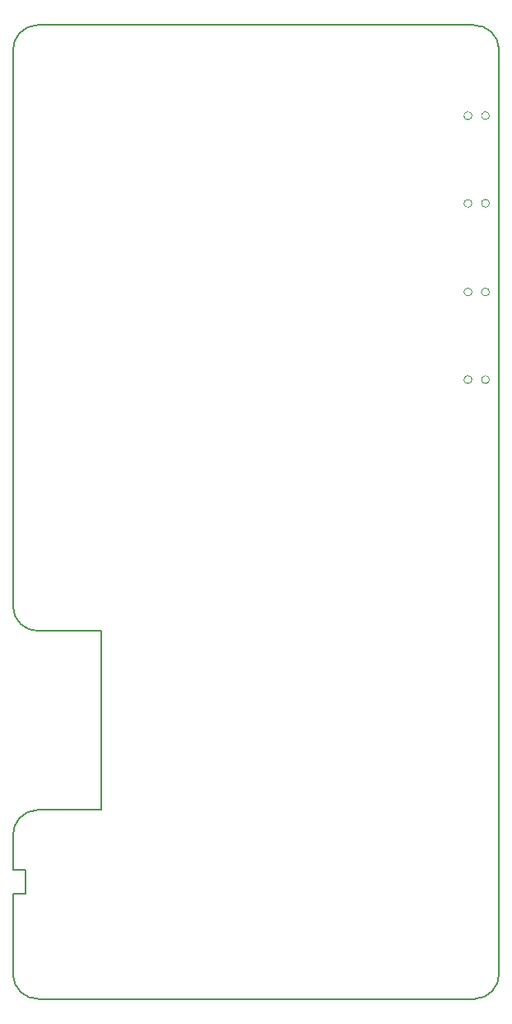
<source format=gm1>
%TF.GenerationSoftware,KiCad,Pcbnew,6.0.6-3a73a75311~116~ubuntu20.04.1*%
%TF.CreationDate,2022-08-17T13:19:53+08:00*%
%TF.ProjectId,Maple_Eye_Alef_V12,4d61706c-655f-4457-9965-5f416c65665f,rev?*%
%TF.SameCoordinates,Original*%
%TF.FileFunction,Profile,NP*%
%FSLAX46Y46*%
G04 Gerber Fmt 4.6, Leading zero omitted, Abs format (unit mm)*
G04 Created by KiCad (PCBNEW 6.0.6-3a73a75311~116~ubuntu20.04.1) date 2022-08-17 13:19:53*
%MOMM*%
%LPD*%
G01*
G04 APERTURE LIST*
%TA.AperFunction,Profile*%
%ADD10C,0.150000*%
%TD*%
%TA.AperFunction,Profile*%
%ADD11C,0.100000*%
%TD*%
G04 APERTURE END LIST*
D10*
X217516861Y-150099994D02*
G75*
G03*
X219999992Y-147476295I-70261J2553394D01*
G01*
X172477803Y-50100089D02*
G75*
G03*
X169999990Y-52730310I76197J-2554011D01*
G01*
X172488739Y-130703189D02*
G75*
G03*
X169999990Y-133326905I67461J-2556211D01*
G01*
X171331992Y-136824593D02*
X171331992Y-139262993D01*
X169999995Y-147606600D02*
G75*
G03*
X172627800Y-150100005I2560605J67200D01*
G01*
X170000006Y-109815661D02*
G75*
G03*
X172628105Y-112313593I2562994J65061D01*
G01*
X219999992Y-147476295D02*
X219999992Y-52579731D01*
X179078992Y-112313593D02*
X179078992Y-130703193D01*
X179078992Y-112313593D02*
X172628105Y-112313593D01*
X220000000Y-52579731D02*
G75*
G03*
X217374090Y-50100001I-2552800J-73069D01*
G01*
X171331992Y-139262993D02*
X169999990Y-139262993D01*
X172477800Y-50100001D02*
X217374090Y-50100001D01*
X172627800Y-150100005D02*
X217516861Y-150100005D01*
X169999990Y-147606600D02*
X169999990Y-139262993D01*
X179078992Y-130703193D02*
X172488739Y-130703193D01*
X169999990Y-109815661D02*
X169999990Y-52730310D01*
X169999990Y-136824593D02*
X169999990Y-133326905D01*
X169999990Y-136824593D02*
X171331992Y-136824593D01*
D11*
%TO.C,MENU1*%
X218560203Y-77101985D02*
G75*
G03*
X218575051Y-77100779I40322J-404435D01*
G01*
X216760203Y-77101985D02*
G75*
G03*
X216775051Y-77100779I40322J-404435D01*
G01*
%TO.C,DOWN1*%
X216760203Y-68001985D02*
G75*
G03*
X216775051Y-68000779I40322J-404435D01*
G01*
X218560203Y-68001985D02*
G75*
G03*
X218575051Y-68000779I40322J-404435D01*
G01*
%TO.C,UP1*%
X218560203Y-59001985D02*
G75*
G03*
X218575051Y-59000779I40322J-404435D01*
G01*
X216760203Y-59001985D02*
G75*
G03*
X216775051Y-59000779I40322J-404435D01*
G01*
%TO.C,PLAY1*%
X216760203Y-86101985D02*
G75*
G03*
X216775051Y-86100779I40322J-404435D01*
G01*
X218560203Y-86101985D02*
G75*
G03*
X218575051Y-86100779I40322J-404435D01*
G01*
%TD*%
M02*

</source>
